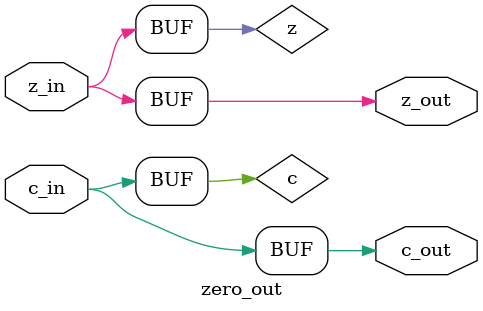
<source format=v>
module zero_out (z_in, c_in,z_out,c_out);
input z_in,c_in;
output z_out,c_out;
reg z,c;

   assign z_out=z;
   assign c_out=c;
 
always @(z_in or c_in ) begin : proc_
	z=z_in;
	c=c_in;
	
end

endmodule
</source>
